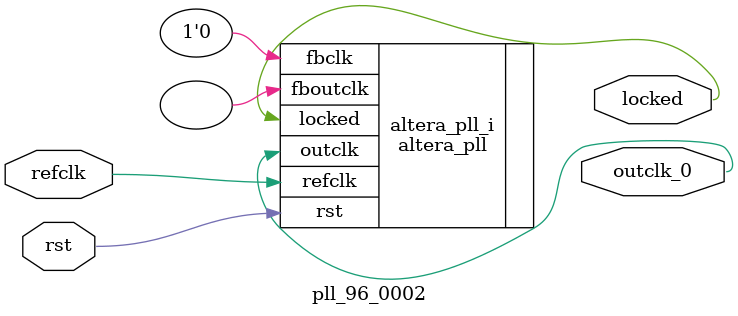
<source format=v>
`timescale 1ns/10ps
module  pll_96_0002(

	// interface 'refclk'
	input wire refclk,

	// interface 'reset'
	input wire rst,

	// interface 'outclk0'
	output wire outclk_0,

	// interface 'locked'
	output wire locked
);

	altera_pll #(
		.fractional_vco_multiplier("false"),
		.reference_clock_frequency("125.0 MHz"),
		.operation_mode("direct"),
		.number_of_clocks(1),
		.output_clock_frequency0("96.000000 MHz"),
		.phase_shift0("0 ps"),
		.duty_cycle0(50),
		.output_clock_frequency1("0 MHz"),
		.phase_shift1("0 ps"),
		.duty_cycle1(50),
		.output_clock_frequency2("0 MHz"),
		.phase_shift2("0 ps"),
		.duty_cycle2(50),
		.output_clock_frequency3("0 MHz"),
		.phase_shift3("0 ps"),
		.duty_cycle3(50),
		.output_clock_frequency4("0 MHz"),
		.phase_shift4("0 ps"),
		.duty_cycle4(50),
		.output_clock_frequency5("0 MHz"),
		.phase_shift5("0 ps"),
		.duty_cycle5(50),
		.output_clock_frequency6("0 MHz"),
		.phase_shift6("0 ps"),
		.duty_cycle6(50),
		.output_clock_frequency7("0 MHz"),
		.phase_shift7("0 ps"),
		.duty_cycle7(50),
		.output_clock_frequency8("0 MHz"),
		.phase_shift8("0 ps"),
		.duty_cycle8(50),
		.output_clock_frequency9("0 MHz"),
		.phase_shift9("0 ps"),
		.duty_cycle9(50),
		.output_clock_frequency10("0 MHz"),
		.phase_shift10("0 ps"),
		.duty_cycle10(50),
		.output_clock_frequency11("0 MHz"),
		.phase_shift11("0 ps"),
		.duty_cycle11(50),
		.output_clock_frequency12("0 MHz"),
		.phase_shift12("0 ps"),
		.duty_cycle12(50),
		.output_clock_frequency13("0 MHz"),
		.phase_shift13("0 ps"),
		.duty_cycle13(50),
		.output_clock_frequency14("0 MHz"),
		.phase_shift14("0 ps"),
		.duty_cycle14(50),
		.output_clock_frequency15("0 MHz"),
		.phase_shift15("0 ps"),
		.duty_cycle15(50),
		.output_clock_frequency16("0 MHz"),
		.phase_shift16("0 ps"),
		.duty_cycle16(50),
		.output_clock_frequency17("0 MHz"),
		.phase_shift17("0 ps"),
		.duty_cycle17(50),
		.pll_type("General"),
		.pll_subtype("General")
	) altera_pll_i (
		.rst	(rst),
		.outclk	({outclk_0}),
		.locked	(locked),
		.fboutclk	( ),
		.fbclk	(1'b0),
		.refclk	(refclk)
	);
endmodule


</source>
